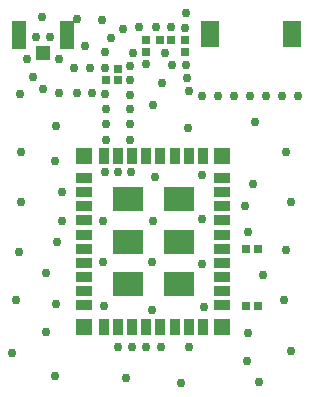
<source format=gts>
%FSLAX25Y25*%
%MOIN*%
G70*
G01*
G75*
G04 Layer_Color=8388736*
%ADD10C,0.01969*%
%ADD11R,0.04134X0.08661*%
%ADD12R,0.03937X0.04134*%
%ADD13R,0.05118X0.08071*%
%ADD14R,0.04724X0.02756*%
%ADD15R,0.04724X0.04724*%
%ADD16R,0.02756X0.04724*%
%ADD17R,0.09449X0.07480*%
%ADD18R,0.02362X0.01969*%
%ADD19R,0.01969X0.02362*%
%ADD20C,0.01000*%
%ADD21C,0.02200*%
%ADD22R,0.07874X0.07874*%
%ADD23C,0.00394*%
%ADD24R,0.04934X0.09461*%
%ADD25R,0.04737X0.04934*%
%ADD26R,0.05918X0.08871*%
%ADD27R,0.05524X0.03556*%
%ADD28R,0.05524X0.05524*%
%ADD29R,0.03556X0.05524*%
%ADD30R,0.10249X0.08280*%
%ADD31R,0.03162X0.02769*%
%ADD32R,0.02769X0.03162*%
%ADD33C,0.03000*%
D24*
X279331Y375394D02*
D03*
X295079D02*
D03*
D25*
X287205Y369390D02*
D03*
D26*
X370177Y375689D02*
D03*
X343012D02*
D03*
D27*
X301000Y327717D02*
D03*
Y322992D02*
D03*
Y318268D02*
D03*
Y313543D02*
D03*
Y308819D02*
D03*
Y304094D02*
D03*
Y299370D02*
D03*
Y294646D02*
D03*
Y289921D02*
D03*
Y285197D02*
D03*
X347063D02*
D03*
Y289921D02*
D03*
Y294646D02*
D03*
Y299370D02*
D03*
Y304095D02*
D03*
Y308819D02*
D03*
Y313543D02*
D03*
Y318268D02*
D03*
Y322992D02*
D03*
Y327717D02*
D03*
D28*
X301000Y277913D02*
D03*
X347063D02*
D03*
Y335000D02*
D03*
X301000D02*
D03*
D29*
X307496Y277913D02*
D03*
X312220D02*
D03*
X316945D02*
D03*
X321669D02*
D03*
X326394D02*
D03*
X331118D02*
D03*
X335843D02*
D03*
X340567D02*
D03*
X307496Y335000D02*
D03*
X312220D02*
D03*
X316945D02*
D03*
X321669D02*
D03*
X326394D02*
D03*
X331118D02*
D03*
X335843D02*
D03*
X340567D02*
D03*
D30*
X315567Y320630D02*
D03*
X332496D02*
D03*
Y306457D02*
D03*
X315567D02*
D03*
X332496Y292283D02*
D03*
X315567D02*
D03*
D31*
X321555Y373622D02*
D03*
Y369685D02*
D03*
X334449Y373622D02*
D03*
Y369685D02*
D03*
X312205Y364173D02*
D03*
Y360236D02*
D03*
D32*
X326083Y373622D02*
D03*
X330020D02*
D03*
X355020Y284941D02*
D03*
X358957D02*
D03*
X355020Y303937D02*
D03*
X358957D02*
D03*
X312205Y360236D02*
D03*
X308268D02*
D03*
D33*
X323917Y351969D02*
D03*
X330315Y365453D02*
D03*
X306988Y380413D02*
D03*
X369882Y270177D02*
D03*
X280020Y336417D02*
D03*
X368209Y303543D02*
D03*
X369980Y319783D02*
D03*
X367421Y287008D02*
D03*
X276870Y269488D02*
D03*
X278150Y286910D02*
D03*
X279134Y303150D02*
D03*
X280020Y319783D02*
D03*
X307579Y285138D02*
D03*
X307087Y299606D02*
D03*
X307382Y313386D02*
D03*
X324606Y328051D02*
D03*
X340158Y328642D02*
D03*
Y314075D02*
D03*
Y298917D02*
D03*
X340748Y284547D02*
D03*
X323425Y283661D02*
D03*
X323622Y299803D02*
D03*
X323917Y313386D02*
D03*
X368307Y336516D02*
D03*
X357382Y325787D02*
D03*
X355709Y309842D02*
D03*
X360433Y295276D02*
D03*
X355413Y275984D02*
D03*
X355118Y266634D02*
D03*
X359252Y259547D02*
D03*
X333268Y259350D02*
D03*
X314961Y261024D02*
D03*
X291142Y261614D02*
D03*
X288189Y276279D02*
D03*
X291634Y285531D02*
D03*
X288189Y295965D02*
D03*
X292028Y306201D02*
D03*
X298622Y380807D02*
D03*
X301181Y371850D02*
D03*
X326969Y359252D02*
D03*
X357874Y346358D02*
D03*
X335630Y344390D02*
D03*
X291240Y333366D02*
D03*
X291437Y344980D02*
D03*
X287008Y381398D02*
D03*
X279724Y355807D02*
D03*
X334744Y382579D02*
D03*
X354626Y318209D02*
D03*
X284941Y374705D02*
D03*
X372146Y355118D02*
D03*
X366847D02*
D03*
X361549D02*
D03*
X356250D02*
D03*
X350952D02*
D03*
X345653D02*
D03*
X340354D02*
D03*
X335827Y356594D02*
D03*
X335138Y361024D02*
D03*
X335039Y365354D02*
D03*
X327854Y369488D02*
D03*
X321457Y365748D02*
D03*
X317126Y369291D02*
D03*
X316339Y365158D02*
D03*
Y360335D02*
D03*
Y355512D02*
D03*
X316240Y350590D02*
D03*
Y345571D02*
D03*
X316142Y340453D02*
D03*
X316634Y329626D02*
D03*
X312303Y329724D02*
D03*
X307972Y329626D02*
D03*
X334646Y377854D02*
D03*
X330020Y377953D02*
D03*
X324902D02*
D03*
X319193D02*
D03*
X313878Y377461D02*
D03*
X310039Y374508D02*
D03*
X307972Y369783D02*
D03*
Y364469D02*
D03*
X302854Y364370D02*
D03*
X297441D02*
D03*
X292717Y367323D02*
D03*
X289469Y374803D02*
D03*
X281988Y367224D02*
D03*
X283760Y361319D02*
D03*
X287205Y357382D02*
D03*
X292618Y355906D02*
D03*
X298622D02*
D03*
X303642Y356004D02*
D03*
X308071Y355610D02*
D03*
X308366Y350590D02*
D03*
X308268Y345571D02*
D03*
Y340453D02*
D03*
X312220Y271358D02*
D03*
X316945D02*
D03*
X321541D02*
D03*
X326575D02*
D03*
X336024D02*
D03*
X293701Y313386D02*
D03*
Y323130D02*
D03*
M02*

</source>
